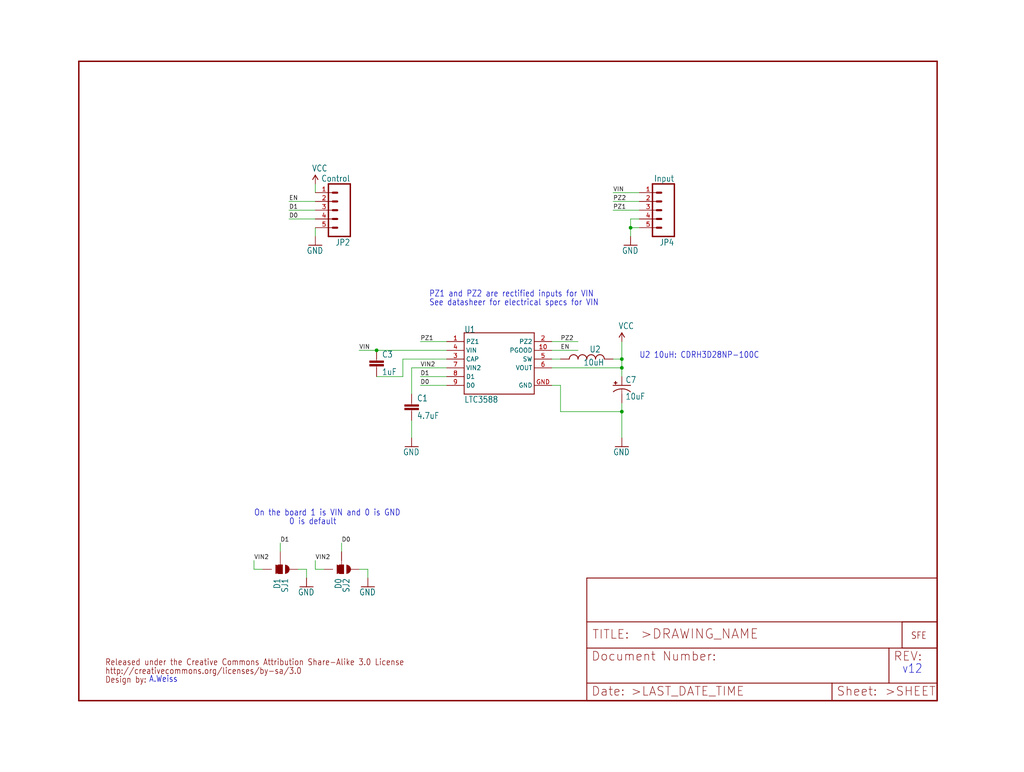
<source format=kicad_sch>
(kicad_sch (version 20211123) (generator eeschema)
  (paper "User" 297.002 223.926)
  (lib_symbols
    (symbol "schematicEagle-eagle-import:CAP0402-CAP"
      (property "Reference" "C" (at 1.524 2.921 0))
      (property "Value" "CAP0402-CAP" (at 1.524 -2.159 0))
      (symbol "CAP0402-CAP_1_0"
        (rectangle (start -2.032 0.508) (end 2.032 1.016) (fill (type outline)))
        (rectangle (start -2.032 1.524) (end 2.032 2.032) (fill (type outline)))
        (polyline (pts (xy 0 0) (xy 0 0.508)) (stroke (width 0.1524)))
        (polyline (pts (xy 0 2.54) (xy 0 2.032)) (stroke (width 0.1524)))
        (pin passive line (at 0 5.08 270) (length 2.54) (name "1") (number "1"))
        (pin passive line (at 0 -2.54 90) (length 2.54) (name "2") (number "2"))
      )
    )
    (symbol "schematicEagle-eagle-import:CAP_POL1206"
      (property "Reference" "C" (at 1.016 0.635 0))
      (property "Value" "CAP_POL1206" (at 1.016 -4.191 0))
      (symbol "CAP_POL1206_1_0"
        (rectangle (start -2.253 0.668) (end -1.364 0.795) (fill (type outline)))
        (rectangle (start -1.872 0.287) (end -1.745 1.176) (fill (type outline)))
        (arc (start 0 -1.0161) (mid -1.3021 -1.2302) (end -2.4669 -1.8504) (stroke (width 0.254)))
        (polyline (pts (xy -2.54 0) (xy 2.54 0)) (stroke (width 0.254)))
        (polyline (pts (xy 0 -1.016) (xy 0 -2.54)) (stroke (width 0.1524)))
        (arc (start 2.4892 -1.8542) (mid 1.3158 -1.2195) (end 0 -1) (stroke (width 0.254)))
        (pin passive line (at 0 2.54 270) (length 2.54) (name "+") (number "A"))
        (pin passive line (at 0 -5.08 90) (length 2.54) (name "-") (number "C"))
      )
    )
    (symbol "schematicEagle-eagle-import:CREATIVE_COMMONS"
      (symbol "CREATIVE_COMMONS_1_0"
        (text "Design by:" (at 0 0 0) (effects (font (size 1.778 1.5113)) (justify left bottom)))
        (text "http://creativecommons.org/licenses/by-sa/3.0" (at 0 2.54 0) (effects (font (size 1.778 1.5113)) (justify left bottom)))
        (text "Released under the Creative Commons Attribution Share-Alike 3.0 License" (at 0 5.08 0) (effects (font (size 1.778 1.5113)) (justify left bottom)))
      )
    )
    (symbol "schematicEagle-eagle-import:FRAME-LETTER"
      (symbol "FRAME-LETTER_1_0"
        (polyline (pts (xy 0 0) (xy 248.92 0)) (stroke (width 0.4064)))
        (polyline (pts (xy 0 185.42) (xy 0 0)) (stroke (width 0.4064)))
        (polyline (pts (xy 0 185.42) (xy 248.92 185.42)) (stroke (width 0.4064)))
        (polyline (pts (xy 248.92 185.42) (xy 248.92 0)) (stroke (width 0.4064)))
      )
      (symbol "FRAME-LETTER_2_0"
        (polyline (pts (xy 0 0) (xy 0 5.08)) (stroke (width 0.254)))
        (polyline (pts (xy 0 0) (xy 71.12 0)) (stroke (width 0.254)))
        (polyline (pts (xy 0 5.08) (xy 0 15.24)) (stroke (width 0.254)))
        (polyline (pts (xy 0 5.08) (xy 71.12 5.08)) (stroke (width 0.254)))
        (polyline (pts (xy 0 15.24) (xy 0 22.86)) (stroke (width 0.254)))
        (polyline (pts (xy 0 22.86) (xy 0 35.56)) (stroke (width 0.254)))
        (polyline (pts (xy 0 22.86) (xy 101.6 22.86)) (stroke (width 0.254)))
        (polyline (pts (xy 71.12 0) (xy 101.6 0)) (stroke (width 0.254)))
        (polyline (pts (xy 71.12 5.08) (xy 71.12 0)) (stroke (width 0.254)))
        (polyline (pts (xy 71.12 5.08) (xy 87.63 5.08)) (stroke (width 0.254)))
        (polyline (pts (xy 87.63 5.08) (xy 101.6 5.08)) (stroke (width 0.254)))
        (polyline (pts (xy 87.63 15.24) (xy 0 15.24)) (stroke (width 0.254)))
        (polyline (pts (xy 87.63 15.24) (xy 87.63 5.08)) (stroke (width 0.254)))
        (polyline (pts (xy 101.6 5.08) (xy 101.6 0)) (stroke (width 0.254)))
        (polyline (pts (xy 101.6 15.24) (xy 87.63 15.24)) (stroke (width 0.254)))
        (polyline (pts (xy 101.6 15.24) (xy 101.6 5.08)) (stroke (width 0.254)))
        (polyline (pts (xy 101.6 22.86) (xy 101.6 15.24)) (stroke (width 0.254)))
        (polyline (pts (xy 101.6 35.56) (xy 0 35.56)) (stroke (width 0.254)))
        (polyline (pts (xy 101.6 35.56) (xy 101.6 22.86)) (stroke (width 0.254)))
        (text ">DRAWING_NAME" (at 15.494 17.78 0) (effects (font (size 2.7432 2.7432)) (justify left bottom)))
        (text ">LAST_DATE_TIME" (at 12.7 1.27 0) (effects (font (size 2.54 2.54)) (justify left bottom)))
        (text ">SHEET" (at 86.36 1.27 0) (effects (font (size 2.54 2.54)) (justify left bottom)))
        (text "Date:" (at 1.27 1.27 0) (effects (font (size 2.54 2.54)) (justify left bottom)))
        (text "Document Number:" (at 1.27 11.43 0) (effects (font (size 2.54 2.54)) (justify left bottom)))
        (text "REV:" (at 88.9 11.43 0) (effects (font (size 2.54 2.54)) (justify left bottom)))
        (text "Sheet:" (at 72.39 1.27 0) (effects (font (size 2.54 2.54)) (justify left bottom)))
        (text "TITLE:" (at 1.524 17.78 0) (effects (font (size 2.54 2.54)) (justify left bottom)))
      )
    )
    (symbol "schematicEagle-eagle-import:GND" (power)
      (property "Value" "GND" (at -2.54 -2.54 0))
      (symbol "GND_1_0"
        (polyline (pts (xy -1.905 0) (xy 1.905 0)) (stroke (width 0.254)))
        (pin power_in line (at 0 2.54 270) (length 2.54) (name "GND") (number "1"))
      )
    )
    (symbol "schematicEagle-eagle-import:INDUCTOR-"
      (property "Reference" "L" (at 2.54 5.08 0))
      (property "Value" "INDUCTOR-" (at 2.54 -5.08 0))
      (symbol "INDUCTOR-_1_0"
        (arc (start 0 -5.08) (mid 0.898 -4.708) (end 1.27 -3.81) (stroke (width 0.254)))
        (arc (start 0 -2.54) (mid 0.898 -2.168) (end 1.27 -1.27) (stroke (width 0.254)))
        (arc (start 0 0) (mid 0.898 0.372) (end 1.27 1.27) (stroke (width 0.254)))
        (arc (start 0 2.54) (mid 0.898 2.912) (end 1.27 3.81) (stroke (width 0.254)))
        (arc (start 1.27 -3.81) (mid 0.898 -2.912) (end 0 -2.54) (stroke (width 0.254)))
        (arc (start 1.27 -1.27) (mid 0.898 -0.372) (end 0 0) (stroke (width 0.254)))
        (arc (start 1.27 1.27) (mid 0.898 2.168) (end 0 2.54) (stroke (width 0.254)))
        (arc (start 1.27 3.81) (mid 0.898 4.708) (end 0 5.08) (stroke (width 0.254)))
        (pin passive line (at 0 7.62 270) (length 2.54) (name "1") (number "1"))
        (pin passive line (at 0 -7.62 90) (length 2.54) (name "2") (number "2"))
      )
    )
    (symbol "schematicEagle-eagle-import:LOGO-SFESK"
      (symbol "LOGO-SFESK_1_0"
        (polyline (pts (xy -2.54 -2.54) (xy 7.62 -2.54)) (stroke (width 0.254)))
        (polyline (pts (xy -2.54 5.08) (xy -2.54 -2.54)) (stroke (width 0.254)))
        (polyline (pts (xy 7.62 -2.54) (xy 7.62 5.08)) (stroke (width 0.254)))
        (polyline (pts (xy 7.62 5.08) (xy -2.54 5.08)) (stroke (width 0.254)))
        (text "SFE" (at 0 0 0) (effects (font (size 1.9304 1.6408)) (justify left bottom)))
      )
    )
    (symbol "schematicEagle-eagle-import:LTC3588_"
      (property "Reference" "U" (at -10.16 7.62 0))
      (property "Value" "LTC3588_" (at -10.16 -12.7 0))
      (symbol "LTC3588__1_0"
        (polyline (pts (xy -10.16 -10.16) (xy 10.16 -10.16)) (stroke (width 0.254)))
        (polyline (pts (xy -10.16 7.62) (xy -10.16 -10.16)) (stroke (width 0.254)))
        (polyline (pts (xy 10.16 -10.16) (xy 10.16 7.62)) (stroke (width 0.254)))
        (polyline (pts (xy 10.16 7.62) (xy -10.16 7.62)) (stroke (width 0.254)))
        (pin bidirectional line (at -15.24 5.08 0) (length 5.08) (name "PZ1") (number "1"))
        (pin bidirectional line (at 15.24 2.54 180) (length 5.08) (name "PGOOD") (number "10"))
        (pin bidirectional line (at 15.24 5.08 180) (length 5.08) (name "PZ2") (number "2"))
        (pin bidirectional line (at -15.24 0 0) (length 5.08) (name "CAP") (number "3"))
        (pin bidirectional line (at -15.24 2.54 0) (length 5.08) (name "VIN") (number "4"))
        (pin bidirectional line (at 15.24 0 180) (length 5.08) (name "SW") (number "5"))
        (pin bidirectional line (at 15.24 -2.54 180) (length 5.08) (name "VOUT") (number "6"))
        (pin bidirectional line (at -15.24 -2.54 0) (length 5.08) (name "VIN2") (number "7"))
        (pin bidirectional line (at -15.24 -5.08 0) (length 5.08) (name "D1") (number "8"))
        (pin bidirectional line (at -15.24 -7.62 0) (length 5.08) (name "D0") (number "9"))
        (pin bidirectional line (at 15.24 -7.62 180) (length 5.08) (name "GND") (number "GND"))
      )
    )
    (symbol "schematicEagle-eagle-import:M05PTH"
      (property "Reference" "JP" (at -2.54 8.382 0))
      (property "Value" "M05PTH" (at -2.54 -10.16 0))
      (symbol "M05PTH_1_0"
        (polyline (pts (xy -2.54 7.62) (xy -2.54 -7.62)) (stroke (width 0.4064)))
        (polyline (pts (xy -2.54 7.62) (xy 3.81 7.62)) (stroke (width 0.4064)))
        (polyline (pts (xy 1.27 -5.08) (xy 2.54 -5.08)) (stroke (width 0.6096)))
        (polyline (pts (xy 1.27 -2.54) (xy 2.54 -2.54)) (stroke (width 0.6096)))
        (polyline (pts (xy 1.27 0) (xy 2.54 0)) (stroke (width 0.6096)))
        (polyline (pts (xy 1.27 2.54) (xy 2.54 2.54)) (stroke (width 0.6096)))
        (polyline (pts (xy 1.27 5.08) (xy 2.54 5.08)) (stroke (width 0.6096)))
        (polyline (pts (xy 3.81 -7.62) (xy -2.54 -7.62)) (stroke (width 0.4064)))
        (polyline (pts (xy 3.81 -7.62) (xy 3.81 7.62)) (stroke (width 0.4064)))
        (pin passive line (at 7.62 -5.08 180) (length 5.08) (name "1") (number "1"))
        (pin passive line (at 7.62 -2.54 180) (length 5.08) (name "2") (number "2"))
        (pin passive line (at 7.62 0 180) (length 5.08) (name "3") (number "3"))
        (pin passive line (at 7.62 2.54 180) (length 5.08) (name "4") (number "4"))
        (pin passive line (at 7.62 5.08 180) (length 5.08) (name "5") (number "5"))
      )
    )
    (symbol "schematicEagle-eagle-import:SOLDERJUMPER_2WAYPASTE1&2"
      (property "Reference" "SJ" (at 2.54 0.381 0))
      (property "Value" "SOLDERJUMPER_2WAYPASTE1&2" (at 2.54 -1.905 0))
      (symbol "SOLDERJUMPER_2WAYPASTE1&2_1_0"
        (rectangle (start -1.27 -0.635) (end 1.27 0.635) (fill (type outline)))
        (polyline (pts (xy -2.54 0) (xy -1.27 0)) (stroke (width 0.1524)))
        (polyline (pts (xy -1.27 -0.635) (xy -1.27 0)) (stroke (width 0.1524)))
        (polyline (pts (xy -1.27 0) (xy -1.27 0.635)) (stroke (width 0.1524)))
        (polyline (pts (xy -1.27 0.635) (xy 1.27 0.635)) (stroke (width 0.1524)))
        (polyline (pts (xy 1.27 -0.635) (xy -1.27 -0.635)) (stroke (width 0.1524)))
        (polyline (pts (xy 1.27 0.635) (xy 1.27 -0.635)) (stroke (width 0.1524)))
        (arc (start 1.27 -1.397) (mid 0 -0.127) (end -1.27 -1.397) (stroke (width 0.0001)) (fill (type outline)))
        (arc (start 1.27 1.397) (mid 0 2.667) (end -1.27 1.397) (stroke (width 0.0001)) (fill (type outline)))
        (pin passive line (at 0 5.08 270) (length 2.54) (name "1") (number "1"))
        (pin passive line (at -5.08 0 0) (length 2.54) (name "2") (number "2"))
        (pin passive line (at 0 -5.08 90) (length 2.54) (name "3") (number "3"))
      )
    )
    (symbol "schematicEagle-eagle-import:SOLDERJUMPER_2WAYPASTE2&3"
      (property "Reference" "SJ" (at 2.54 0.381 0))
      (property "Value" "SOLDERJUMPER_2WAYPASTE2&3" (at 2.54 -1.905 0))
      (symbol "SOLDERJUMPER_2WAYPASTE2&3_1_0"
        (rectangle (start -1.27 -0.635) (end 1.27 0.635) (fill (type outline)))
        (polyline (pts (xy -2.54 0) (xy -1.27 0)) (stroke (width 0.1524)))
        (polyline (pts (xy -1.27 -0.635) (xy -1.27 0)) (stroke (width 0.1524)))
        (polyline (pts (xy -1.27 0) (xy -1.27 0.635)) (stroke (width 0.1524)))
        (polyline (pts (xy -1.27 0.635) (xy 1.27 0.635)) (stroke (width 0.1524)))
        (polyline (pts (xy 1.27 -0.635) (xy -1.27 -0.635)) (stroke (width 0.1524)))
        (polyline (pts (xy 1.27 0.635) (xy 1.27 -0.635)) (stroke (width 0.1524)))
        (arc (start 1.27 -1.397) (mid 0 -0.127) (end -1.27 -1.397) (stroke (width 0.0001)) (fill (type outline)))
        (arc (start 1.27 1.397) (mid 0 2.667) (end -1.27 1.397) (stroke (width 0.0001)) (fill (type outline)))
        (pin passive line (at 0 5.08 270) (length 2.54) (name "1") (number "1"))
        (pin passive line (at -5.08 0 0) (length 2.54) (name "2") (number "2"))
        (pin passive line (at 0 -5.08 90) (length 2.54) (name "3") (number "3"))
      )
    )
    (symbol "schematicEagle-eagle-import:VCC" (power)
      (property "Value" "VCC" (at -1.016 3.556 0))
      (symbol "VCC_1_0"
        (polyline (pts (xy 0 2.54) (xy -0.762 1.27)) (stroke (width 0.254)))
        (polyline (pts (xy 0.762 1.27) (xy 0 2.54)) (stroke (width 0.254)))
        (pin power_in line (at 0 0 90) (length 2.54) (name "VCC") (number "1"))
      )
    )
  )
  (junction (at 182.88 66.04))
  (junction (at 180.34 119.38))
  (junction (at 109.22 101.6))
  (junction (at 180.34 104.14))
  (junction (at 180.34 106.68))
  (wire (pts (xy 180.34 104.14) (xy 180.34 99.06)))
  (wire (pts (xy 180.34 106.68) (xy 180.34 109.22)))
  (wire (pts (xy 180.34 119.38) (xy 180.34 116.84)))
  (wire (pts (xy 119.38 121.92) (xy 119.38 127)))
  (wire (pts (xy 116.84 109.22) (xy 116.84 104.14)))
  (wire (pts (xy 129.54 106.68) (xy 119.38 106.68)))
  (wire (pts (xy 160.02 101.6) (xy 167.64 101.6)))
  (wire (pts (xy 91.44 58.42) (xy 83.82 58.42)))
  (wire (pts (xy 160.02 106.68) (xy 180.34 106.68)))
  (wire (pts (xy 91.44 55.88) (xy 91.44 53.34)))
  (wire (pts (xy 180.34 106.68) (xy 180.34 104.14)))
  (wire (pts (xy 91.44 63.5) (xy 83.82 63.5)))
  (wire (pts (xy 162.56 111.76) (xy 162.56 119.38)))
  (wire (pts (xy 109.22 109.22) (xy 116.84 109.22)))
  (wire (pts (xy 129.54 99.06) (xy 121.92 99.06)))
  (wire (pts (xy 119.38 106.68) (xy 119.38 114.3)))
  (wire (pts (xy 86.36 165.1) (xy 88.9 165.1)))
  (wire (pts (xy 81.28 160.02) (xy 81.28 157.48)))
  (wire (pts (xy 162.56 119.38) (xy 180.34 119.38)))
  (wire (pts (xy 104.14 165.1) (xy 106.68 165.1)))
  (wire (pts (xy 129.54 111.76) (xy 121.92 111.76)))
  (wire (pts (xy 177.8 104.14) (xy 180.34 104.14)))
  (wire (pts (xy 129.54 101.6) (xy 109.22 101.6)))
  (wire (pts (xy 182.88 63.5) (xy 182.88 66.04)))
  (wire (pts (xy 88.9 165.1) (xy 88.9 167.64)))
  (wire (pts (xy 91.44 66.04) (xy 91.44 68.58)))
  (wire (pts (xy 99.06 160.02) (xy 99.06 157.48)))
  (wire (pts (xy 91.44 165.1) (xy 91.44 162.56)))
  (wire (pts (xy 116.84 104.14) (xy 129.54 104.14)))
  (wire (pts (xy 162.56 104.14) (xy 160.02 104.14)))
  (wire (pts (xy 73.66 165.1) (xy 73.66 162.56)))
  (wire (pts (xy 129.54 109.22) (xy 121.92 109.22)))
  (wire (pts (xy 91.44 60.96) (xy 83.82 60.96)))
  (wire (pts (xy 185.42 63.5) (xy 182.88 63.5)))
  (wire (pts (xy 160.02 99.06) (xy 167.64 99.06)))
  (wire (pts (xy 160.02 111.76) (xy 162.56 111.76)))
  (wire (pts (xy 185.42 60.96) (xy 177.8 60.96)))
  (wire (pts (xy 177.8 58.42) (xy 185.42 58.42)))
  (wire (pts (xy 180.34 127) (xy 180.34 119.38)))
  (wire (pts (xy 109.22 101.6) (xy 104.14 101.6)))
  (wire (pts (xy 106.68 165.1) (xy 106.68 167.64)))
  (wire (pts (xy 93.98 165.1) (xy 91.44 165.1)))
  (wire (pts (xy 182.88 66.04) (xy 182.88 68.58)))
  (wire (pts (xy 76.2 165.1) (xy 73.66 165.1)))
  (wire (pts (xy 185.42 66.04) (xy 182.88 66.04)))
  (wire (pts (xy 185.42 55.88) (xy 177.8 55.88)))
  (text "A.Weiss" (at 43.18 198.12 180) (effects (font (size 1.778 1.5113)) (justify left bottom)))
  (text "U2 10uH: CDRH3D28NP-100C" (at 185.42 104.14 180) (effects (font (size 1.778 1.5113)) (justify left bottom)))
  (text "v12" (at 261.62 195.58 180) (effects (font (size 2.54 2.159)) (justify left bottom)))
  (text "PZ1 and PZ2 are rectified inputs for VIN" (at 124.46 86.36 180) (effects (font (size 1.778 1.5113)) (justify left bottom)))
  (text "0 is default" (at 83.82 152.4 180) (effects (font (size 1.778 1.5113)) (justify left bottom)))
  (text "See datasheer for electrical specs for VIN" (at 124.46 88.9 180) (effects (font (size 1.778 1.5113)) (justify left bottom)))
  (text "On the board 1 is VIN and 0 is GND" (at 73.66 149.86 180) (effects (font (size 1.778 1.5113)) (justify left bottom)))
  (label "D1" (at 83.82 60.96 0) (effects (font (size 1.2446 1.2446))))
  (label "D0" (at 83.82 63.5 0) (effects (font (size 1.2446 1.2446))))
  (label "VIN2" (at 73.66 162.56 0) (effects (font (size 1.2446 1.2446))))
  (label "EN" (at 162.56 101.6 0) (effects (font (size 1.2446 1.2446))))
  (label "PZ1" (at 177.8 60.96 0) (effects (font (size 1.2446 1.2446))))
  (label "VIN2" (at 91.44 162.56 0) (effects (font (size 1.2446 1.2446))))
  (label "D0" (at 99.06 157.48 0) (effects (font (size 1.2446 1.2446))))
  (label "VIN" (at 104.14 101.6 0) (effects (font (size 1.2446 1.2446))))
  (label "VIN" (at 177.8 55.88 0) (effects (font (size 1.2446 1.2446))))
  (label "PZ2" (at 177.8 58.42 0) (effects (font (size 1.2446 1.2446))))
  (label "EN" (at 83.82 58.42 0) (effects (font (size 1.2446 1.2446))))
  (label "D0" (at 121.92 111.76 0) (effects (font (size 1.2446 1.2446))))
  (label "D1" (at 121.92 109.22 0) (effects (font (size 1.2446 1.2446))))
  (label "D1" (at 81.28 157.48 0) (effects (font (size 1.2446 1.2446))))
  (label "PZ2" (at 162.56 99.06 0) (effects (font (size 1.2446 1.2446))))
  (label "PZ1" (at 121.92 99.06 0) (effects (font (size 1.2446 1.2446))))
  (label "VIN2" (at 121.92 106.68 0) (effects (font (size 1.2446 1.2446))))
  (symbol (lib_id "schematicEagle-eagle-import:GND") (at 119.38 129.54 0) (unit 1)
    (property "Reference" "#GND2" (effects hide))
    (property "Value" "GND" (at 116.84 132.08 0) (effects (font (size 1.778 1.5113)) (justify left bottom)))
    (property "Footprint" "schematicEagle:" (effects hide))
  )
  (symbol (lib_id "schematicEagle-eagle-import:M05PTH") (at 99.06 60.96 180) (unit 1)
    (property "Reference" "JP2" (at 101.6 69.342 0) (effects (font (size 1.778 1.5113)) (justify left bottom)))
    (property "Value" "Control" (at 101.6 50.8 0) (effects (font (size 1.778 1.5113)) (justify left bottom)))
    (property "Footprint" "schematicEagle:1X05" (effects hide))
  )
  (symbol (lib_id "schematicEagle-eagle-import:LOGO-SFESK") (at 264.16 185.42 0) (unit 1)
    (property "Reference" "JP1" (effects hide))
    (property "Value" "LOGO-SFESK" (effects hide))
    (property "Footprint" "schematicEagle:SFE-LOGO-FLAME" (effects hide))
  )
  (symbol (lib_id "schematicEagle-eagle-import:LTC3588_") (at 144.78 104.14 0) (unit 1)
    (property "Reference" "U1" (at 134.62 96.52 0) (effects (font (size 1.778 1.5113)) (justify left bottom)))
    (property "Value" "LTC3588" (at 134.62 116.84 0) (effects (font (size 1.778 1.5113)) (justify left bottom)))
    (property "Footprint" "schematicEagle:MSOP-10-GNDPAD" (effects hide))
  )
  (symbol (lib_id "schematicEagle-eagle-import:VCC") (at 91.44 53.34 0) (unit 1)
    (property "Reference" "#P+2" (effects hide))
    (property "Value" "VCC" (at 90.424 49.784 0) (effects (font (size 1.778 1.5113)) (justify left bottom)))
    (property "Footprint" "schematicEagle:" (effects hide))
  )
  (symbol (lib_id "schematicEagle-eagle-import:CAP0402-CAP") (at 109.22 106.68 0) (unit 1)
    (property "Reference" "C3" (at 110.744 103.759 0) (effects (font (size 1.778 1.5113)) (justify left bottom)))
    (property "Value" "1uF" (at 110.744 108.839 0) (effects (font (size 1.778 1.5113)) (justify left bottom)))
    (property "Footprint" "schematicEagle:0402-CAP" (effects hide))
  )
  (symbol (lib_id "schematicEagle-eagle-import:M05PTH") (at 193.04 60.96 180) (unit 1)
    (property "Reference" "JP4" (at 195.58 69.342 0) (effects (font (size 1.778 1.5113)) (justify left bottom)))
    (property "Value" "Input" (at 195.58 50.8 0) (effects (font (size 1.778 1.5113)) (justify left bottom)))
    (property "Footprint" "schematicEagle:1X05" (effects hide))
  )
  (symbol (lib_id "schematicEagle-eagle-import:FRAME-LETTER") (at 22.86 203.2 0) (unit 1)
    (property "Reference" "#FRAME1" (effects hide))
    (property "Value" "FRAME-LETTER" (effects hide))
    (property "Footprint" "schematicEagle:" (effects hide))
  )
  (symbol (lib_id "schematicEagle-eagle-import:CAP0402-CAP") (at 119.38 119.38 0) (unit 1)
    (property "Reference" "C1" (at 120.904 116.459 0) (effects (font (size 1.778 1.5113)) (justify left bottom)))
    (property "Value" "4.7uF" (at 120.904 121.539 0) (effects (font (size 1.778 1.5113)) (justify left bottom)))
    (property "Footprint" "schematicEagle:0402-CAP" (effects hide))
  )
  (symbol (lib_id "schematicEagle-eagle-import:CAP_POL1206") (at 180.34 111.76 0) (unit 1)
    (property "Reference" "C7" (at 181.356 111.125 0) (effects (font (size 1.778 1.5113)) (justify left bottom)))
    (property "Value" "10uF" (at 181.356 115.951 0) (effects (font (size 1.778 1.5113)) (justify left bottom)))
    (property "Footprint" "schematicEagle:EIA3216" (effects hide))
  )
  (symbol (lib_id "schematicEagle-eagle-import:SOLDERJUMPER_2WAYPASTE2&3") (at 81.28 165.1 270) (unit 1)
    (property "Reference" "SJ1" (at 81.661 167.64 0) (effects (font (size 1.778 1.5113)) (justify left bottom)))
    (property "Value" "D1" (at 79.375 167.64 0) (effects (font (size 1.778 1.5113)) (justify left bottom)))
    (property "Footprint" "schematicEagle:SJ_3_PASTE2&3" (effects hide))
  )
  (symbol (lib_id "schematicEagle-eagle-import:SOLDERJUMPER_2WAYPASTE1&2") (at 99.06 165.1 270) (unit 1)
    (property "Reference" "SJ2" (at 99.441 167.64 0) (effects (font (size 1.778 1.5113)) (justify left bottom)))
    (property "Value" "D0" (at 97.155 167.64 0) (effects (font (size 1.778 1.5113)) (justify left bottom)))
    (property "Footprint" "schematicEagle:SJ_3_PASTE1&2" (effects hide))
  )
  (symbol (lib_id "schematicEagle-eagle-import:VCC") (at 180.34 99.06 0) (unit 1)
    (property "Reference" "#P+1" (effects hide))
    (property "Value" "VCC" (at 179.324 95.504 0) (effects (font (size 1.778 1.5113)) (justify left bottom)))
    (property "Footprint" "schematicEagle:" (effects hide))
  )
  (symbol (lib_id "schematicEagle-eagle-import:GND") (at 88.9 170.18 0) (unit 1)
    (property "Reference" "#GND5" (effects hide))
    (property "Value" "GND" (at 86.36 172.72 0) (effects (font (size 1.778 1.5113)) (justify left bottom)))
    (property "Footprint" "schematicEagle:" (effects hide))
  )
  (symbol (lib_id "schematicEagle-eagle-import:INDUCTOR-") (at 170.18 104.14 90) (unit 1)
    (property "Reference" "U2" (at 174.244 100.33 90) (effects (font (size 1.778 1.5113)) (justify left bottom)))
    (property "Value" "10uH" (at 175.26 104.14 90) (effects (font (size 1.778 1.5113)) (justify left bottom)))
    (property "Footprint" "schematicEagle:CDRH3D28" (effects hide))
  )
  (symbol (lib_id "schematicEagle-eagle-import:GND") (at 182.88 71.12 0) (unit 1)
    (property "Reference" "#GND7" (effects hide))
    (property "Value" "GND" (at 180.34 73.66 0) (effects (font (size 1.778 1.5113)) (justify left bottom)))
    (property "Footprint" "schematicEagle:" (effects hide))
  )
  (symbol (lib_id "schematicEagle-eagle-import:GND") (at 180.34 129.54 0) (unit 1)
    (property "Reference" "#GND3" (effects hide))
    (property "Value" "GND" (at 177.8 132.08 0) (effects (font (size 1.778 1.5113)) (justify left bottom)))
    (property "Footprint" "schematicEagle:" (effects hide))
  )
  (symbol (lib_id "schematicEagle-eagle-import:CREATIVE_COMMONS") (at 30.48 198.12 0) (unit 1)
    (property "Reference" "U$1" (effects hide))
    (property "Value" "CREATIVE_COMMONS" (effects hide))
    (property "Footprint" "schematicEagle:CREATIVE_COMMONS" (effects hide))
  )
  (symbol (lib_id "schematicEagle-eagle-import:FRAME-LETTER") (at 170.18 203.2 0) (unit 2)
    (property "Reference" "#FRAME1" (effects hide))
    (property "Value" "FRAME-LETTER" (effects hide))
    (property "Footprint" "schematicEagle:" (effects hide))
  )
  (symbol (lib_id "schematicEagle-eagle-import:GND") (at 106.68 170.18 0) (unit 1)
    (property "Reference" "#GND6" (effects hide))
    (property "Value" "GND" (at 104.14 172.72 0) (effects (font (size 1.778 1.5113)) (justify left bottom)))
    (property "Footprint" "schematicEagle:" (effects hide))
  )
  (symbol (lib_id "schematicEagle-eagle-import:GND") (at 91.44 71.12 0) (unit 1)
    (property "Reference" "#GND4" (effects hide))
    (property "Value" "GND" (at 88.9 73.66 0) (effects (font (size 1.778 1.5113)) (justify left bottom)))
    (property "Footprint" "schematicEagle:" (effects hide))
  )
)
</source>
